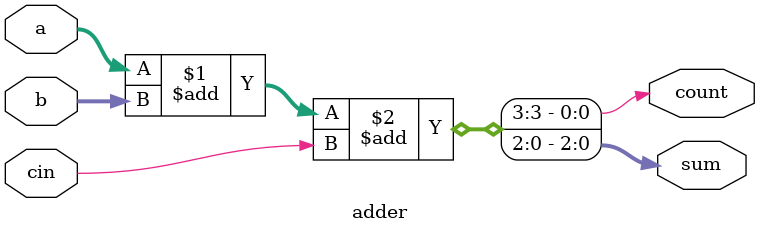
<source format=v>
module  adder ( count,sum,a,b,cin );
    input [2:0] a,b; 
    input   cin; 
    output  count; 
    output [2:0] sum; 
    assign {count,sum} = a + b + cin; 
endmodule
</source>
